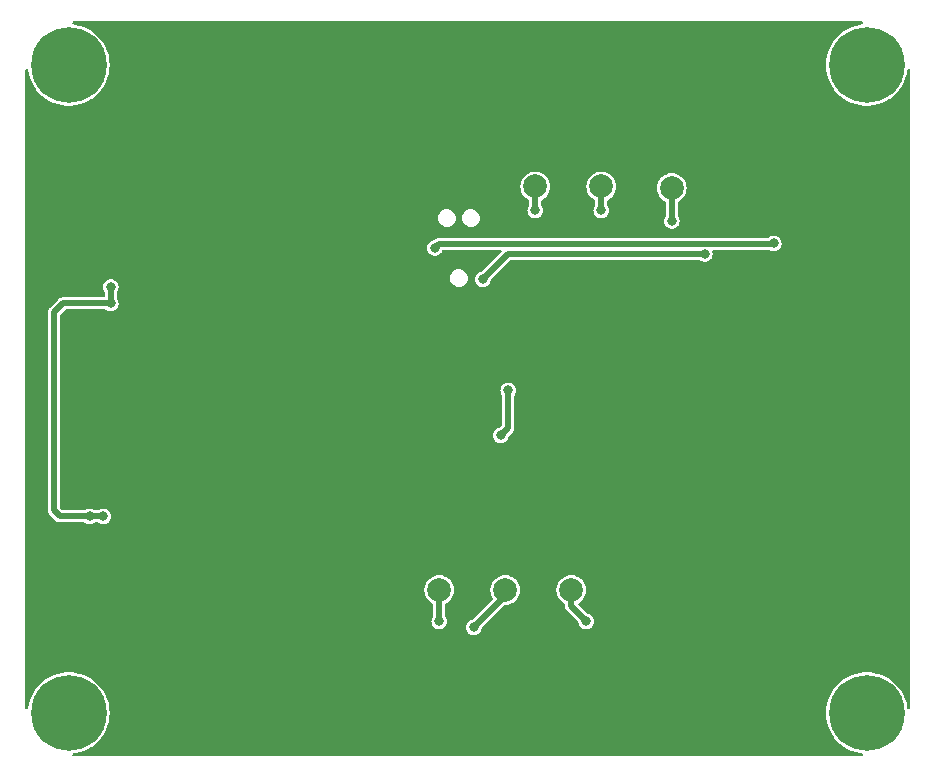
<source format=gbl>
G04 #@! TF.GenerationSoftware,KiCad,Pcbnew,6.0.10-86aedd382b~118~ubuntu18.04.1*
G04 #@! TF.CreationDate,2024-08-26T13:47:26-06:00*
G04 #@! TF.ProjectId,ckt-xing-txm,636b742d-7869-46e6-972d-74786d2e6b69,rev?*
G04 #@! TF.SameCoordinates,Original*
G04 #@! TF.FileFunction,Copper,L2,Bot*
G04 #@! TF.FilePolarity,Positive*
%FSLAX46Y46*%
G04 Gerber Fmt 4.6, Leading zero omitted, Abs format (unit mm)*
G04 Created by KiCad (PCBNEW 6.0.10-86aedd382b~118~ubuntu18.04.1) date 2024-08-26 13:47:26*
%MOMM*%
%LPD*%
G01*
G04 APERTURE LIST*
G04 #@! TA.AperFunction,ComponentPad*
%ADD10C,6.400000*%
G04 #@! TD*
G04 #@! TA.AperFunction,SMDPad,CuDef*
%ADD11C,2.000000*%
G04 #@! TD*
G04 #@! TA.AperFunction,ViaPad*
%ADD12C,0.800000*%
G04 #@! TD*
G04 #@! TA.AperFunction,Conductor*
%ADD13C,0.508000*%
G04 #@! TD*
G04 APERTURE END LIST*
D10*
X29718000Y-23368000D03*
X29718000Y-78232000D03*
X97282000Y-78232000D03*
X97282000Y-23368000D03*
D11*
X80772000Y-33782000D03*
X61087000Y-67818000D03*
X74803000Y-33655000D03*
X69215000Y-33655000D03*
X66675000Y-67818000D03*
X72263000Y-67818000D03*
D12*
X40259000Y-75819000D03*
X71628000Y-25019000D03*
X42799000Y-50292000D03*
X78486000Y-65913000D03*
X27432000Y-52451000D03*
X90297000Y-53721000D03*
X65532000Y-76581000D03*
X41844000Y-46421000D03*
X42799000Y-53213000D03*
X76962000Y-35687000D03*
X85344000Y-25019000D03*
X27432000Y-49022000D03*
X84328000Y-25019000D03*
X59944000Y-25019000D03*
X78105000Y-76581000D03*
X46355000Y-53213000D03*
X77089000Y-76581000D03*
X75692000Y-65913000D03*
X72644000Y-35687000D03*
X42799000Y-51816000D03*
X64516000Y-76581000D03*
X49657000Y-80518000D03*
X78232000Y-35687000D03*
X77216000Y-65913000D03*
X46355000Y-51816000D03*
X74422000Y-65913000D03*
X64135000Y-53721000D03*
X71374000Y-35687000D03*
X31369000Y-54102000D03*
X44577000Y-46482000D03*
X73025000Y-44196000D03*
X75057000Y-80518000D03*
X73406000Y-52451000D03*
X60198000Y-37592000D03*
X62230000Y-80518000D03*
X58928000Y-25019000D03*
X45212000Y-53213000D03*
X75057000Y-21082000D03*
X51816000Y-76581000D03*
X65405000Y-53721000D03*
X90297000Y-51308000D03*
X49657000Y-21082000D03*
X70231000Y-65913000D03*
X31369000Y-55118000D03*
X68961000Y-65913000D03*
X68072000Y-52451000D03*
X47498000Y-46421000D03*
X73025000Y-42545000D03*
X46355000Y-50292000D03*
X90297000Y-58801000D03*
X63246000Y-65913000D03*
X52832000Y-76581000D03*
X69342000Y-52451000D03*
X32131000Y-40005000D03*
X39243000Y-75819000D03*
X87884000Y-44704000D03*
X43942000Y-53213000D03*
X59817000Y-53721000D03*
X46228000Y-25019000D03*
X27432000Y-50800000D03*
X58928000Y-37592000D03*
X47244000Y-25019000D03*
X90297000Y-56261000D03*
X90805000Y-44704000D03*
X72644000Y-25019000D03*
X32131000Y-38862000D03*
X62230000Y-21082000D03*
X64516000Y-65913000D03*
X66929000Y-50927000D03*
X66294000Y-54737000D03*
X60706000Y-38862000D03*
X89408000Y-38481000D03*
X64770000Y-41529000D03*
X83566000Y-39370000D03*
X33274000Y-42164000D03*
X33274000Y-43561000D03*
X32639000Y-61595000D03*
X31496000Y-61595000D03*
X74803000Y-35687000D03*
X80772000Y-36576000D03*
X61087000Y-70485000D03*
X73533000Y-70485000D03*
X69215000Y-35687000D03*
X64008000Y-70993000D03*
D13*
X66929000Y-50927000D02*
X66929000Y-54102000D01*
X66929000Y-54102000D02*
X66294000Y-54737000D01*
X60706000Y-38862000D02*
X61052000Y-38516000D01*
X61052000Y-38516000D02*
X89373000Y-38516000D01*
X89373000Y-38516000D02*
X89408000Y-38481000D01*
X66929000Y-39370000D02*
X83566000Y-39370000D01*
X64770000Y-41529000D02*
X66929000Y-39370000D01*
X32639000Y-61595000D02*
X28956000Y-61595000D01*
X28956000Y-61595000D02*
X28448000Y-61087000D01*
X33274000Y-42164000D02*
X33274000Y-43561000D01*
X28448000Y-44323000D02*
X29210000Y-43561000D01*
X28448000Y-61087000D02*
X28448000Y-44323000D01*
X29210000Y-43561000D02*
X33274000Y-43561000D01*
X74803000Y-35687000D02*
X74803000Y-33655000D01*
X80772000Y-36576000D02*
X80772000Y-33782000D01*
X61087000Y-67818000D02*
X61087000Y-70485000D01*
X72263000Y-69215000D02*
X73533000Y-70485000D01*
X72263000Y-67818000D02*
X72263000Y-69215000D01*
X69215000Y-35687000D02*
X69215000Y-33655000D01*
X64008000Y-70993000D02*
X66675000Y-68326000D01*
X66675000Y-68326000D02*
X66675000Y-67818000D01*
G04 #@! TA.AperFunction,Conductor*
G36*
X96939334Y-19705002D02*
G01*
X96985827Y-19758658D01*
X96995931Y-19828932D01*
X96966437Y-19893512D01*
X96906711Y-19931896D01*
X96884602Y-19936287D01*
X96732263Y-19952567D01*
X96732257Y-19952568D01*
X96728879Y-19952929D01*
X96363289Y-20032641D01*
X96008446Y-20151369D01*
X95668501Y-20307727D01*
X95665567Y-20309483D01*
X95665565Y-20309484D01*
X95656110Y-20315143D01*
X95347431Y-20499883D01*
X95048991Y-20725591D01*
X95046509Y-20727930D01*
X95046503Y-20727935D01*
X95040702Y-20733402D01*
X94776674Y-20982210D01*
X94533664Y-21266738D01*
X94531736Y-21269565D01*
X94531734Y-21269567D01*
X94527111Y-21276345D01*
X94322804Y-21575847D01*
X94146561Y-21905921D01*
X94145288Y-21909089D01*
X94145287Y-21909090D01*
X94143368Y-21913865D01*
X94006997Y-22253098D01*
X93905744Y-22613317D01*
X93843986Y-22982365D01*
X93822447Y-23355924D01*
X93841378Y-23729624D01*
X93841915Y-23732979D01*
X93841916Y-23732985D01*
X93851808Y-23794743D01*
X93900557Y-24099094D01*
X93999293Y-24460011D01*
X94136430Y-24808154D01*
X94310365Y-25139450D01*
X94312262Y-25142274D01*
X94312265Y-25142278D01*
X94508014Y-25433585D01*
X94519061Y-25450024D01*
X94521256Y-25452630D01*
X94521260Y-25452636D01*
X94540961Y-25476031D01*
X94760079Y-25736241D01*
X95030598Y-25994755D01*
X95327455Y-26222541D01*
X95647176Y-26416935D01*
X95986021Y-26575661D01*
X95989239Y-26576763D01*
X95989242Y-26576764D01*
X96336803Y-26695761D01*
X96336811Y-26695763D01*
X96340026Y-26696864D01*
X96705051Y-26779126D01*
X96792200Y-26789056D01*
X97073442Y-26821100D01*
X97073450Y-26821100D01*
X97076825Y-26821485D01*
X97080229Y-26821503D01*
X97080232Y-26821503D01*
X97283556Y-26822567D01*
X97450999Y-26823444D01*
X97454385Y-26823094D01*
X97454387Y-26823094D01*
X97819805Y-26785332D01*
X97819814Y-26785331D01*
X97823197Y-26784981D01*
X97826530Y-26784267D01*
X97826533Y-26784266D01*
X98006820Y-26745616D01*
X98189063Y-26706546D01*
X98544318Y-26589056D01*
X98884807Y-26433887D01*
X98982707Y-26375758D01*
X99203601Y-26244601D01*
X99203606Y-26244598D01*
X99206546Y-26242852D01*
X99236354Y-26220472D01*
X99308828Y-26166056D01*
X99505771Y-26018187D01*
X99778983Y-25762521D01*
X100022985Y-25478842D01*
X100044737Y-25447192D01*
X100232992Y-25173280D01*
X100232997Y-25173273D01*
X100234922Y-25170471D01*
X100236534Y-25167477D01*
X100236539Y-25167469D01*
X100410694Y-24844027D01*
X100412316Y-24841015D01*
X100553091Y-24494327D01*
X100655601Y-24134463D01*
X100714801Y-23788134D01*
X100745995Y-23724357D01*
X100806718Y-23687570D01*
X100877689Y-23689451D01*
X100936377Y-23729404D01*
X100964149Y-23794743D01*
X100965000Y-23809364D01*
X100965000Y-77797195D01*
X100944998Y-77865316D01*
X100891342Y-77911809D01*
X100821068Y-77921913D01*
X100756488Y-77892419D01*
X100718104Y-77832693D01*
X100714656Y-77817557D01*
X100661422Y-77492480D01*
X100660870Y-77489107D01*
X100560875Y-77128537D01*
X100557627Y-77120373D01*
X100423783Y-76784039D01*
X100423779Y-76784031D01*
X100422523Y-76780874D01*
X100247434Y-76450188D01*
X100245534Y-76447382D01*
X100245530Y-76447375D01*
X100039561Y-76143162D01*
X100037654Y-76140345D01*
X99795639Y-75854970D01*
X99524219Y-75597402D01*
X99521512Y-75595340D01*
X99521504Y-75595333D01*
X99229281Y-75372720D01*
X99226569Y-75370654D01*
X98906172Y-75177377D01*
X98903082Y-75175943D01*
X98903077Y-75175940D01*
X98569871Y-75021272D01*
X98569869Y-75021271D01*
X98566775Y-75019835D01*
X98563540Y-75018740D01*
X98563535Y-75018738D01*
X98215583Y-74900963D01*
X98212348Y-74899868D01*
X97847038Y-74818881D01*
X97714294Y-74804226D01*
X97478500Y-74778193D01*
X97478495Y-74778193D01*
X97475119Y-74777820D01*
X97471720Y-74777814D01*
X97471719Y-74777814D01*
X97294987Y-74777506D01*
X97100940Y-74777167D01*
X96962079Y-74792007D01*
X96732263Y-74816567D01*
X96732257Y-74816568D01*
X96728879Y-74816929D01*
X96363289Y-74896641D01*
X96008446Y-75015369D01*
X95668501Y-75171727D01*
X95665567Y-75173483D01*
X95665565Y-75173484D01*
X95656110Y-75179143D01*
X95347431Y-75363883D01*
X95048991Y-75589591D01*
X95046509Y-75591930D01*
X95046503Y-75591935D01*
X95040702Y-75597402D01*
X94776674Y-75846210D01*
X94533664Y-76130738D01*
X94531736Y-76133565D01*
X94531734Y-76133567D01*
X94527111Y-76140345D01*
X94322804Y-76439847D01*
X94146561Y-76769921D01*
X94145288Y-76773089D01*
X94145287Y-76773090D01*
X94143368Y-76777865D01*
X94006997Y-77117098D01*
X93905744Y-77477317D01*
X93843986Y-77846365D01*
X93822447Y-78219924D01*
X93841378Y-78593624D01*
X93841915Y-78596979D01*
X93841916Y-78596985D01*
X93851808Y-78658743D01*
X93900557Y-78963094D01*
X93999293Y-79324011D01*
X94136430Y-79672154D01*
X94310365Y-80003450D01*
X94312262Y-80006274D01*
X94312265Y-80006278D01*
X94508014Y-80297585D01*
X94519061Y-80314024D01*
X94521256Y-80316630D01*
X94521260Y-80316636D01*
X94540961Y-80340031D01*
X94760079Y-80600241D01*
X95030598Y-80858755D01*
X95327455Y-81086541D01*
X95647176Y-81280935D01*
X95986021Y-81439661D01*
X95989239Y-81440763D01*
X95989242Y-81440764D01*
X96336803Y-81559761D01*
X96336811Y-81559763D01*
X96340026Y-81560864D01*
X96705051Y-81643126D01*
X96869556Y-81661869D01*
X96886589Y-81663810D01*
X96952007Y-81691395D01*
X96992127Y-81749969D01*
X96994211Y-81820935D01*
X96957596Y-81881762D01*
X96893909Y-81913138D01*
X96872325Y-81915000D01*
X30130036Y-81915000D01*
X30061915Y-81894998D01*
X30015422Y-81841342D01*
X30005318Y-81771068D01*
X30034812Y-81706488D01*
X30094538Y-81668104D01*
X30117084Y-81663667D01*
X30255805Y-81649332D01*
X30255814Y-81649331D01*
X30259197Y-81648981D01*
X30262530Y-81648267D01*
X30262533Y-81648266D01*
X30442820Y-81609616D01*
X30625063Y-81570546D01*
X30980318Y-81453056D01*
X31320807Y-81297887D01*
X31418707Y-81239758D01*
X31639601Y-81108601D01*
X31639606Y-81108598D01*
X31642546Y-81106852D01*
X31672354Y-81084472D01*
X31744828Y-81030056D01*
X31941771Y-80882187D01*
X32214983Y-80626521D01*
X32458985Y-80342842D01*
X32480737Y-80311192D01*
X32668992Y-80037280D01*
X32668997Y-80037273D01*
X32670922Y-80034471D01*
X32672534Y-80031477D01*
X32672539Y-80031469D01*
X32846694Y-79708027D01*
X32848316Y-79705015D01*
X32989091Y-79358327D01*
X33091601Y-78998463D01*
X33154647Y-78629634D01*
X33156729Y-78595602D01*
X33177380Y-78257948D01*
X33177490Y-78256152D01*
X33177574Y-78232000D01*
X33157339Y-77858368D01*
X33096870Y-77489107D01*
X32996875Y-77128537D01*
X32993627Y-77120373D01*
X32859783Y-76784039D01*
X32859779Y-76784031D01*
X32858523Y-76780874D01*
X32683434Y-76450188D01*
X32681534Y-76447382D01*
X32681530Y-76447375D01*
X32475561Y-76143162D01*
X32473654Y-76140345D01*
X32231639Y-75854970D01*
X31960219Y-75597402D01*
X31957512Y-75595340D01*
X31957504Y-75595333D01*
X31665281Y-75372720D01*
X31662569Y-75370654D01*
X31342172Y-75177377D01*
X31339082Y-75175943D01*
X31339077Y-75175940D01*
X31005871Y-75021272D01*
X31005869Y-75021271D01*
X31002775Y-75019835D01*
X30999540Y-75018740D01*
X30999535Y-75018738D01*
X30651583Y-74900963D01*
X30648348Y-74899868D01*
X30283038Y-74818881D01*
X30150294Y-74804226D01*
X29914500Y-74778193D01*
X29914495Y-74778193D01*
X29911119Y-74777820D01*
X29907720Y-74777814D01*
X29907719Y-74777814D01*
X29730987Y-74777506D01*
X29536940Y-74777167D01*
X29398079Y-74792007D01*
X29168263Y-74816567D01*
X29168257Y-74816568D01*
X29164879Y-74816929D01*
X28799289Y-74896641D01*
X28444446Y-75015369D01*
X28104501Y-75171727D01*
X28101567Y-75173483D01*
X28101565Y-75173484D01*
X28092110Y-75179143D01*
X27783431Y-75363883D01*
X27484991Y-75589591D01*
X27482509Y-75591930D01*
X27482503Y-75591935D01*
X27476702Y-75597402D01*
X27212674Y-75846210D01*
X26969664Y-76130738D01*
X26967736Y-76133565D01*
X26967734Y-76133567D01*
X26963111Y-76140345D01*
X26758804Y-76439847D01*
X26582561Y-76769921D01*
X26581288Y-76773089D01*
X26581287Y-76773090D01*
X26579368Y-76777865D01*
X26442997Y-77117098D01*
X26341744Y-77477317D01*
X26341182Y-77480674D01*
X26341182Y-77480675D01*
X26285272Y-77814777D01*
X26254301Y-77878662D01*
X26193708Y-77915662D01*
X26122730Y-77914028D01*
X26063902Y-77874281D01*
X26035903Y-77809039D01*
X26035000Y-77793981D01*
X26035000Y-67818000D01*
X59827708Y-67818000D01*
X59846839Y-68036674D01*
X59903653Y-68248703D01*
X59905978Y-68253688D01*
X59994095Y-68442659D01*
X59994098Y-68442664D01*
X59996421Y-68447646D01*
X60122326Y-68627457D01*
X60277543Y-68782674D01*
X60282051Y-68785831D01*
X60282054Y-68785833D01*
X60452845Y-68905422D01*
X60457354Y-68908579D01*
X60462339Y-68910904D01*
X60462345Y-68910907D01*
X60505749Y-68931146D01*
X60559035Y-68978063D01*
X60578500Y-69045341D01*
X60578500Y-70030367D01*
X60555587Y-70102818D01*
X60505950Y-70173444D01*
X60448406Y-70321037D01*
X60447414Y-70328570D01*
X60447414Y-70328571D01*
X60431074Y-70452689D01*
X60427729Y-70478096D01*
X60432560Y-70521853D01*
X60439440Y-70584165D01*
X60445113Y-70635553D01*
X60447723Y-70642684D01*
X60447723Y-70642686D01*
X60461907Y-70681444D01*
X60499553Y-70784319D01*
X60587908Y-70915805D01*
X60593527Y-70920918D01*
X60593528Y-70920919D01*
X60604903Y-70931269D01*
X60705076Y-71022419D01*
X60844293Y-71098008D01*
X60997522Y-71138207D01*
X61081477Y-71139526D01*
X61148319Y-71140576D01*
X61148322Y-71140576D01*
X61155916Y-71140695D01*
X61310332Y-71105329D01*
X61399219Y-71060624D01*
X61445072Y-71037563D01*
X61445075Y-71037561D01*
X61451855Y-71034151D01*
X61457626Y-71029222D01*
X61457629Y-71029220D01*
X61508120Y-70986096D01*
X63348729Y-70986096D01*
X63354035Y-71034151D01*
X63361085Y-71098008D01*
X63366113Y-71143553D01*
X63420553Y-71292319D01*
X63508908Y-71423805D01*
X63514527Y-71428918D01*
X63514528Y-71428919D01*
X63525903Y-71439269D01*
X63626076Y-71530419D01*
X63765293Y-71606008D01*
X63918522Y-71646207D01*
X64002477Y-71647526D01*
X64069319Y-71648576D01*
X64069322Y-71648576D01*
X64076916Y-71648695D01*
X64231332Y-71613329D01*
X64301742Y-71577917D01*
X64366072Y-71545563D01*
X64366075Y-71545561D01*
X64372855Y-71542151D01*
X64378626Y-71537222D01*
X64378629Y-71537220D01*
X64487536Y-71444204D01*
X64487536Y-71444203D01*
X64493314Y-71439269D01*
X64585755Y-71310624D01*
X64644842Y-71163641D01*
X64653580Y-71102240D01*
X64682980Y-71037618D01*
X64689228Y-71030899D01*
X66607322Y-69112805D01*
X66669634Y-69078779D01*
X66685436Y-69076379D01*
X66704582Y-69074704D01*
X66893674Y-69058161D01*
X67105703Y-69001347D01*
X67256251Y-68931146D01*
X67299659Y-68910905D01*
X67299664Y-68910902D01*
X67304646Y-68908579D01*
X67309155Y-68905422D01*
X67479946Y-68785833D01*
X67479949Y-68785831D01*
X67484457Y-68782674D01*
X67639674Y-68627457D01*
X67765579Y-68447646D01*
X67767902Y-68442664D01*
X67767905Y-68442659D01*
X67856022Y-68253688D01*
X67858347Y-68248703D01*
X67915161Y-68036674D01*
X67934292Y-67818000D01*
X71003708Y-67818000D01*
X71022839Y-68036674D01*
X71079653Y-68248703D01*
X71081978Y-68253688D01*
X71170095Y-68442659D01*
X71170098Y-68442664D01*
X71172421Y-68447646D01*
X71298326Y-68627457D01*
X71453543Y-68782674D01*
X71458051Y-68785831D01*
X71458054Y-68785833D01*
X71628845Y-68905422D01*
X71633354Y-68908579D01*
X71638339Y-68910904D01*
X71638345Y-68910907D01*
X71681749Y-68931146D01*
X71735035Y-68978063D01*
X71754500Y-69045341D01*
X71754500Y-69143928D01*
X71753145Y-69156058D01*
X71753627Y-69156097D01*
X71752907Y-69165044D01*
X71750926Y-69173800D01*
X71751482Y-69182760D01*
X71754258Y-69227508D01*
X71754500Y-69235310D01*
X71754500Y-69251513D01*
X71755136Y-69255953D01*
X71755984Y-69261878D01*
X71757013Y-69271928D01*
X71759945Y-69319177D01*
X71762994Y-69327623D01*
X71763593Y-69330514D01*
X71767822Y-69347480D01*
X71768648Y-69350305D01*
X71769920Y-69359187D01*
X71789522Y-69402298D01*
X71793327Y-69411647D01*
X71809404Y-69456181D01*
X71814699Y-69463429D01*
X71816080Y-69466027D01*
X71824915Y-69481145D01*
X71826494Y-69483614D01*
X71830208Y-69491782D01*
X71836064Y-69498578D01*
X71861115Y-69527652D01*
X71867401Y-69535569D01*
X71872548Y-69542615D01*
X71872553Y-69542620D01*
X71875425Y-69546552D01*
X71886400Y-69557527D01*
X71892758Y-69564374D01*
X71925287Y-69602127D01*
X71932822Y-69607011D01*
X71939066Y-69612458D01*
X71950931Y-69622058D01*
X72850726Y-70521853D01*
X72884752Y-70584165D01*
X72886869Y-70597117D01*
X72891113Y-70635553D01*
X72893723Y-70642684D01*
X72893723Y-70642686D01*
X72907907Y-70681444D01*
X72945553Y-70784319D01*
X73033908Y-70915805D01*
X73039527Y-70920918D01*
X73039528Y-70920919D01*
X73050903Y-70931269D01*
X73151076Y-71022419D01*
X73290293Y-71098008D01*
X73443522Y-71138207D01*
X73527477Y-71139526D01*
X73594319Y-71140576D01*
X73594322Y-71140576D01*
X73601916Y-71140695D01*
X73756332Y-71105329D01*
X73845219Y-71060624D01*
X73891072Y-71037563D01*
X73891075Y-71037561D01*
X73897855Y-71034151D01*
X73903626Y-71029222D01*
X73903629Y-71029220D01*
X74012536Y-70936204D01*
X74012536Y-70936203D01*
X74018314Y-70931269D01*
X74110755Y-70802624D01*
X74169842Y-70655641D01*
X74180014Y-70584165D01*
X74191581Y-70502891D01*
X74191581Y-70502888D01*
X74192162Y-70498807D01*
X74192307Y-70485000D01*
X74173276Y-70327733D01*
X74117280Y-70179546D01*
X74108814Y-70167228D01*
X74031855Y-70055251D01*
X74031854Y-70055249D01*
X74027553Y-70048992D01*
X73909275Y-69943611D01*
X73769274Y-69869484D01*
X73712860Y-69855314D01*
X73625886Y-69833467D01*
X73567487Y-69800359D01*
X73223309Y-69456181D01*
X72870873Y-69103746D01*
X72836848Y-69041433D01*
X72841912Y-68970618D01*
X72884459Y-68913782D01*
X72891622Y-68909056D01*
X72892646Y-68908579D01*
X72897155Y-68905422D01*
X73067946Y-68785833D01*
X73067949Y-68785831D01*
X73072457Y-68782674D01*
X73227674Y-68627457D01*
X73353579Y-68447646D01*
X73355902Y-68442664D01*
X73355905Y-68442659D01*
X73444022Y-68253688D01*
X73446347Y-68248703D01*
X73503161Y-68036674D01*
X73522292Y-67818000D01*
X73503161Y-67599326D01*
X73446347Y-67387297D01*
X73402896Y-67294116D01*
X73355905Y-67193341D01*
X73355902Y-67193336D01*
X73353579Y-67188354D01*
X73227674Y-67008543D01*
X73072457Y-66853326D01*
X73067949Y-66850169D01*
X73067946Y-66850167D01*
X72897155Y-66730578D01*
X72897153Y-66730577D01*
X72892646Y-66727421D01*
X72887664Y-66725098D01*
X72887659Y-66725095D01*
X72786884Y-66678104D01*
X72693703Y-66634653D01*
X72481674Y-66577839D01*
X72263000Y-66558708D01*
X72044326Y-66577839D01*
X71832297Y-66634653D01*
X71739116Y-66678104D01*
X71638341Y-66725095D01*
X71638336Y-66725098D01*
X71633354Y-66727421D01*
X71628847Y-66730577D01*
X71628845Y-66730578D01*
X71458054Y-66850167D01*
X71458051Y-66850169D01*
X71453543Y-66853326D01*
X71298326Y-67008543D01*
X71172421Y-67188354D01*
X71170098Y-67193336D01*
X71170095Y-67193341D01*
X71123104Y-67294116D01*
X71079653Y-67387297D01*
X71022839Y-67599326D01*
X71003708Y-67818000D01*
X67934292Y-67818000D01*
X67915161Y-67599326D01*
X67858347Y-67387297D01*
X67814896Y-67294116D01*
X67767905Y-67193341D01*
X67767902Y-67193336D01*
X67765579Y-67188354D01*
X67639674Y-67008543D01*
X67484457Y-66853326D01*
X67479949Y-66850169D01*
X67479946Y-66850167D01*
X67309155Y-66730578D01*
X67309153Y-66730577D01*
X67304646Y-66727421D01*
X67299664Y-66725098D01*
X67299659Y-66725095D01*
X67198884Y-66678104D01*
X67105703Y-66634653D01*
X66893674Y-66577839D01*
X66675000Y-66558708D01*
X66456326Y-66577839D01*
X66244297Y-66634653D01*
X66151116Y-66678104D01*
X66050341Y-66725095D01*
X66050336Y-66725098D01*
X66045354Y-66727421D01*
X66040847Y-66730577D01*
X66040845Y-66730578D01*
X65870054Y-66850167D01*
X65870051Y-66850169D01*
X65865543Y-66853326D01*
X65710326Y-67008543D01*
X65584421Y-67188354D01*
X65582098Y-67193336D01*
X65582095Y-67193341D01*
X65535104Y-67294116D01*
X65491653Y-67387297D01*
X65434839Y-67599326D01*
X65415708Y-67818000D01*
X65434839Y-68036674D01*
X65491653Y-68248703D01*
X65493978Y-68253688D01*
X65582096Y-68442659D01*
X65584421Y-68447646D01*
X65626659Y-68507968D01*
X65649346Y-68575243D01*
X65632060Y-68644103D01*
X65612540Y-68669333D01*
X63972601Y-70309272D01*
X63912921Y-70342696D01*
X63869056Y-70353227D01*
X63785563Y-70373271D01*
X63785560Y-70373272D01*
X63778184Y-70375043D01*
X63637414Y-70447700D01*
X63518039Y-70551838D01*
X63426950Y-70681444D01*
X63369406Y-70829037D01*
X63368414Y-70836570D01*
X63368414Y-70836571D01*
X63357310Y-70920919D01*
X63348729Y-70986096D01*
X61508120Y-70986096D01*
X61566536Y-70936204D01*
X61566536Y-70936203D01*
X61572314Y-70931269D01*
X61664755Y-70802624D01*
X61723842Y-70655641D01*
X61734014Y-70584165D01*
X61745581Y-70502891D01*
X61745581Y-70502888D01*
X61746162Y-70498807D01*
X61746307Y-70485000D01*
X61727276Y-70327733D01*
X61671280Y-70179546D01*
X61617660Y-70101528D01*
X61595500Y-70030161D01*
X61595500Y-69045341D01*
X61615502Y-68977220D01*
X61668251Y-68931146D01*
X61711655Y-68910907D01*
X61711661Y-68910904D01*
X61716646Y-68908579D01*
X61721155Y-68905422D01*
X61891946Y-68785833D01*
X61891949Y-68785831D01*
X61896457Y-68782674D01*
X62051674Y-68627457D01*
X62177579Y-68447646D01*
X62179902Y-68442664D01*
X62179905Y-68442659D01*
X62268022Y-68253688D01*
X62270347Y-68248703D01*
X62327161Y-68036674D01*
X62346292Y-67818000D01*
X62327161Y-67599326D01*
X62270347Y-67387297D01*
X62226896Y-67294116D01*
X62179905Y-67193341D01*
X62179902Y-67193336D01*
X62177579Y-67188354D01*
X62051674Y-67008543D01*
X61896457Y-66853326D01*
X61891949Y-66850169D01*
X61891946Y-66850167D01*
X61721155Y-66730578D01*
X61721153Y-66730577D01*
X61716646Y-66727421D01*
X61711664Y-66725098D01*
X61711659Y-66725095D01*
X61610884Y-66678104D01*
X61517703Y-66634653D01*
X61305674Y-66577839D01*
X61087000Y-66558708D01*
X60868326Y-66577839D01*
X60656297Y-66634653D01*
X60563116Y-66678104D01*
X60462341Y-66725095D01*
X60462336Y-66725098D01*
X60457354Y-66727421D01*
X60452847Y-66730577D01*
X60452845Y-66730578D01*
X60282054Y-66850167D01*
X60282051Y-66850169D01*
X60277543Y-66853326D01*
X60122326Y-67008543D01*
X59996421Y-67188354D01*
X59994098Y-67193336D01*
X59994095Y-67193341D01*
X59947104Y-67294116D01*
X59903653Y-67387297D01*
X59846839Y-67599326D01*
X59827708Y-67818000D01*
X26035000Y-67818000D01*
X26035000Y-44357941D01*
X27935461Y-44357941D01*
X27937335Y-44366720D01*
X27937898Y-44374978D01*
X27939500Y-44390161D01*
X27939500Y-61015928D01*
X27938145Y-61028058D01*
X27938627Y-61028097D01*
X27937907Y-61037044D01*
X27935926Y-61045800D01*
X27936724Y-61058664D01*
X27939258Y-61099508D01*
X27939500Y-61107310D01*
X27939500Y-61123513D01*
X27940136Y-61127953D01*
X27940984Y-61133878D01*
X27942013Y-61143928D01*
X27942948Y-61158992D01*
X27944945Y-61191177D01*
X27947994Y-61199623D01*
X27948593Y-61202514D01*
X27952822Y-61219480D01*
X27953648Y-61222305D01*
X27954920Y-61231187D01*
X27974522Y-61274298D01*
X27978327Y-61283647D01*
X27994404Y-61328181D01*
X27999699Y-61335429D01*
X28001080Y-61338027D01*
X28009915Y-61353145D01*
X28011494Y-61355614D01*
X28015208Y-61363782D01*
X28021064Y-61370578D01*
X28046115Y-61399652D01*
X28052401Y-61407569D01*
X28057548Y-61414615D01*
X28057553Y-61414620D01*
X28060425Y-61418552D01*
X28071400Y-61429527D01*
X28077758Y-61436374D01*
X28110287Y-61474127D01*
X28117822Y-61479011D01*
X28124058Y-61484451D01*
X28135929Y-61494056D01*
X28546183Y-61904311D01*
X28553800Y-61913845D01*
X28554169Y-61913531D01*
X28559984Y-61920364D01*
X28564776Y-61927958D01*
X28605116Y-61963585D01*
X28610803Y-61968931D01*
X28622254Y-61980382D01*
X28630628Y-61986658D01*
X28638467Y-61993041D01*
X28673951Y-62024378D01*
X28682074Y-62028192D01*
X28684541Y-62029812D01*
X28699525Y-62038816D01*
X28702116Y-62040234D01*
X28709295Y-62045615D01*
X28753631Y-62062236D01*
X28762932Y-62066155D01*
X28805800Y-62086281D01*
X28814672Y-62087663D01*
X28817490Y-62088524D01*
X28834372Y-62092954D01*
X28837279Y-62093593D01*
X28845684Y-62096744D01*
X28879009Y-62099220D01*
X28892889Y-62100252D01*
X28902937Y-62101406D01*
X28907588Y-62102130D01*
X28916386Y-62103500D01*
X28931923Y-62103500D01*
X28941261Y-62103847D01*
X28981990Y-62106874D01*
X28981991Y-62106874D01*
X28990941Y-62107539D01*
X28999716Y-62105666D01*
X29007973Y-62105103D01*
X29023162Y-62103500D01*
X31034747Y-62103500D01*
X31107737Y-62126795D01*
X31108460Y-62127309D01*
X31114076Y-62132419D01*
X31120746Y-62136040D01*
X31120748Y-62136042D01*
X31183685Y-62170214D01*
X31253293Y-62208008D01*
X31406522Y-62248207D01*
X31490477Y-62249526D01*
X31557319Y-62250576D01*
X31557322Y-62250576D01*
X31564916Y-62250695D01*
X31719332Y-62215329D01*
X31789742Y-62179917D01*
X31854072Y-62147563D01*
X31854075Y-62147561D01*
X31860855Y-62144151D01*
X31873103Y-62133690D01*
X31937892Y-62104658D01*
X31954935Y-62103500D01*
X32177747Y-62103500D01*
X32250737Y-62126795D01*
X32251460Y-62127309D01*
X32257076Y-62132419D01*
X32263746Y-62136040D01*
X32263748Y-62136042D01*
X32326685Y-62170214D01*
X32396293Y-62208008D01*
X32549522Y-62248207D01*
X32633477Y-62249526D01*
X32700319Y-62250576D01*
X32700322Y-62250576D01*
X32707916Y-62250695D01*
X32862332Y-62215329D01*
X32932742Y-62179917D01*
X32997072Y-62147563D01*
X32997075Y-62147561D01*
X33003855Y-62144151D01*
X33009626Y-62139222D01*
X33009629Y-62139220D01*
X33118536Y-62046204D01*
X33118536Y-62046203D01*
X33124314Y-62041269D01*
X33216755Y-61912624D01*
X33275842Y-61765641D01*
X33298162Y-61608807D01*
X33298307Y-61595000D01*
X33279276Y-61437733D01*
X33223280Y-61289546D01*
X33212787Y-61274279D01*
X33137855Y-61165251D01*
X33137854Y-61165249D01*
X33133553Y-61158992D01*
X33116646Y-61143928D01*
X33075546Y-61107310D01*
X33015275Y-61053611D01*
X33007889Y-61049700D01*
X32881988Y-60983039D01*
X32881989Y-60983039D01*
X32875274Y-60979484D01*
X32721633Y-60940892D01*
X32714034Y-60940852D01*
X32714033Y-60940852D01*
X32648181Y-60940507D01*
X32563221Y-60940062D01*
X32555841Y-60941834D01*
X32555839Y-60941834D01*
X32416563Y-60975271D01*
X32416560Y-60975272D01*
X32409184Y-60977043D01*
X32268414Y-61049700D01*
X32261823Y-61055450D01*
X32261063Y-61055800D01*
X32256409Y-61058963D01*
X32255882Y-61058187D01*
X32197343Y-61085157D01*
X32178995Y-61086500D01*
X31957178Y-61086500D01*
X31889057Y-61066498D01*
X31884279Y-61062869D01*
X31884187Y-61063001D01*
X31877946Y-61058664D01*
X31872275Y-61053611D01*
X31864889Y-61049700D01*
X31738988Y-60983039D01*
X31738989Y-60983039D01*
X31732274Y-60979484D01*
X31578633Y-60940892D01*
X31571034Y-60940852D01*
X31571033Y-60940852D01*
X31505181Y-60940507D01*
X31420221Y-60940062D01*
X31412841Y-60941834D01*
X31412839Y-60941834D01*
X31273563Y-60975271D01*
X31273560Y-60975272D01*
X31266184Y-60977043D01*
X31125414Y-61049700D01*
X31118823Y-61055450D01*
X31118063Y-61055800D01*
X31113409Y-61058963D01*
X31112882Y-61058187D01*
X31054343Y-61085157D01*
X31035995Y-61086500D01*
X29218819Y-61086500D01*
X29150698Y-61066498D01*
X29129724Y-61049596D01*
X28993405Y-60913278D01*
X28959380Y-60850966D01*
X28956500Y-60824182D01*
X28956500Y-54730096D01*
X65634729Y-54730096D01*
X65652113Y-54887553D01*
X65706553Y-55036319D01*
X65794908Y-55167805D01*
X65800527Y-55172918D01*
X65800528Y-55172919D01*
X65811903Y-55183269D01*
X65912076Y-55274419D01*
X66051293Y-55350008D01*
X66204522Y-55390207D01*
X66288477Y-55391526D01*
X66355319Y-55392576D01*
X66355322Y-55392576D01*
X66362916Y-55392695D01*
X66517332Y-55357329D01*
X66587742Y-55321917D01*
X66652072Y-55289563D01*
X66652075Y-55289561D01*
X66658855Y-55286151D01*
X66664626Y-55281222D01*
X66664629Y-55281220D01*
X66773536Y-55188204D01*
X66773536Y-55188203D01*
X66779314Y-55183269D01*
X66871755Y-55054624D01*
X66930842Y-54907641D01*
X66939580Y-54846241D01*
X66968980Y-54781619D01*
X66975228Y-54774900D01*
X67238308Y-54511820D01*
X67247845Y-54504200D01*
X67247531Y-54503831D01*
X67254364Y-54498016D01*
X67261958Y-54493224D01*
X67297585Y-54452883D01*
X67302931Y-54447197D01*
X67314383Y-54435745D01*
X67320660Y-54427370D01*
X67327045Y-54419527D01*
X67352436Y-54390777D01*
X67358378Y-54384049D01*
X67362194Y-54375922D01*
X67363807Y-54373466D01*
X67372823Y-54358463D01*
X67374234Y-54355885D01*
X67379616Y-54348704D01*
X67396239Y-54304363D01*
X67400164Y-54295048D01*
X67402137Y-54290846D01*
X67420281Y-54252200D01*
X67421663Y-54243325D01*
X67422527Y-54240498D01*
X67426955Y-54223621D01*
X67427591Y-54220728D01*
X67430745Y-54212315D01*
X67434256Y-54165075D01*
X67435407Y-54155056D01*
X67436752Y-54146420D01*
X67436752Y-54146416D01*
X67437500Y-54141614D01*
X67437500Y-54126090D01*
X67437847Y-54116752D01*
X67440875Y-54076010D01*
X67440875Y-54076009D01*
X67441540Y-54067059D01*
X67439666Y-54058282D01*
X67439104Y-54050031D01*
X67437500Y-54034834D01*
X67437500Y-51381577D01*
X67461178Y-51308051D01*
X67471701Y-51293406D01*
X67506755Y-51244624D01*
X67565842Y-51097641D01*
X67588162Y-50940807D01*
X67588307Y-50927000D01*
X67569276Y-50769733D01*
X67513280Y-50621546D01*
X67423553Y-50490992D01*
X67305275Y-50385611D01*
X67297889Y-50381700D01*
X67171988Y-50315039D01*
X67171989Y-50315039D01*
X67165274Y-50311484D01*
X67011633Y-50272892D01*
X67004034Y-50272852D01*
X67004033Y-50272852D01*
X66938181Y-50272507D01*
X66853221Y-50272062D01*
X66845841Y-50273834D01*
X66845839Y-50273834D01*
X66706563Y-50307271D01*
X66706560Y-50307272D01*
X66699184Y-50309043D01*
X66558414Y-50381700D01*
X66439039Y-50485838D01*
X66347950Y-50615444D01*
X66290406Y-50763037D01*
X66269729Y-50920096D01*
X66287113Y-51077553D01*
X66341553Y-51226319D01*
X66345790Y-51232625D01*
X66345792Y-51232628D01*
X66399081Y-51311929D01*
X66420500Y-51382205D01*
X66420500Y-53839183D01*
X66400498Y-53907304D01*
X66383595Y-53928278D01*
X66258601Y-54053272D01*
X66198921Y-54086696D01*
X66155056Y-54097227D01*
X66071563Y-54117271D01*
X66071560Y-54117272D01*
X66064184Y-54119043D01*
X65923414Y-54191700D01*
X65804039Y-54295838D01*
X65712950Y-54425444D01*
X65655406Y-54573037D01*
X65634729Y-54730096D01*
X28956500Y-54730096D01*
X28956500Y-44585818D01*
X28976502Y-44517697D01*
X28993405Y-44496722D01*
X29383724Y-44106404D01*
X29446036Y-44072379D01*
X29472819Y-44069500D01*
X32812747Y-44069500D01*
X32885737Y-44092795D01*
X32886460Y-44093309D01*
X32892076Y-44098419D01*
X32898746Y-44102040D01*
X32898748Y-44102042D01*
X32950167Y-44129960D01*
X33031293Y-44174008D01*
X33184522Y-44214207D01*
X33268477Y-44215526D01*
X33335319Y-44216576D01*
X33335322Y-44216576D01*
X33342916Y-44216695D01*
X33497332Y-44181329D01*
X33599469Y-44129960D01*
X33632072Y-44113563D01*
X33632075Y-44113561D01*
X33638855Y-44110151D01*
X33644626Y-44105222D01*
X33644629Y-44105220D01*
X33753536Y-44012204D01*
X33753536Y-44012203D01*
X33759314Y-44007269D01*
X33851755Y-43878624D01*
X33910842Y-43731641D01*
X33933162Y-43574807D01*
X33933307Y-43561000D01*
X33914276Y-43403733D01*
X33858280Y-43255546D01*
X33804660Y-43177528D01*
X33782500Y-43106161D01*
X33782500Y-42618577D01*
X33806178Y-42545051D01*
X33816701Y-42530406D01*
X33851755Y-42481624D01*
X33910842Y-42334641D01*
X33933162Y-42177807D01*
X33933307Y-42164000D01*
X33914276Y-42006733D01*
X33858280Y-41858546D01*
X33805617Y-41781920D01*
X33772855Y-41734251D01*
X33772854Y-41734249D01*
X33768553Y-41727992D01*
X33650275Y-41622611D01*
X33642889Y-41618700D01*
X33516988Y-41552039D01*
X33516989Y-41552039D01*
X33510274Y-41548484D01*
X33356633Y-41509892D01*
X33349034Y-41509852D01*
X33349033Y-41509852D01*
X33283181Y-41509507D01*
X33198221Y-41509062D01*
X33190841Y-41510834D01*
X33190839Y-41510834D01*
X33051563Y-41544271D01*
X33051560Y-41544272D01*
X33044184Y-41546043D01*
X32903414Y-41618700D01*
X32784039Y-41722838D01*
X32692950Y-41852444D01*
X32690190Y-41859524D01*
X32643139Y-41980204D01*
X32635406Y-42000037D01*
X32634414Y-42007570D01*
X32634414Y-42007571D01*
X32615752Y-42149329D01*
X32614729Y-42157096D01*
X32632113Y-42314553D01*
X32686553Y-42463319D01*
X32690790Y-42469625D01*
X32690792Y-42469628D01*
X32744081Y-42548929D01*
X32765500Y-42619205D01*
X32765500Y-42926500D01*
X32745498Y-42994621D01*
X32691842Y-43041114D01*
X32639500Y-43052500D01*
X29281072Y-43052500D01*
X29268942Y-43051145D01*
X29268903Y-43051627D01*
X29259956Y-43050907D01*
X29251200Y-43048926D01*
X29207663Y-43051627D01*
X29197492Y-43052258D01*
X29189690Y-43052500D01*
X29173487Y-43052500D01*
X29164571Y-43053777D01*
X29163122Y-43053984D01*
X29153072Y-43055013D01*
X29115215Y-43057362D01*
X29105823Y-43057945D01*
X29097377Y-43060994D01*
X29094486Y-43061593D01*
X29077520Y-43065822D01*
X29074695Y-43066648D01*
X29065813Y-43067920D01*
X29022702Y-43087522D01*
X29013353Y-43091327D01*
X28968819Y-43107404D01*
X28961571Y-43112699D01*
X28958973Y-43114080D01*
X28943855Y-43122915D01*
X28941386Y-43124494D01*
X28933218Y-43128208D01*
X28926422Y-43134064D01*
X28897348Y-43159115D01*
X28889431Y-43165401D01*
X28882385Y-43170548D01*
X28882380Y-43170553D01*
X28878448Y-43173425D01*
X28867473Y-43184400D01*
X28860626Y-43190758D01*
X28822873Y-43223287D01*
X28817989Y-43230822D01*
X28812542Y-43237066D01*
X28802942Y-43248931D01*
X28138696Y-43913177D01*
X28129156Y-43920800D01*
X28129470Y-43921168D01*
X28122634Y-43926986D01*
X28115042Y-43931776D01*
X28109100Y-43938504D01*
X28079407Y-43972125D01*
X28074061Y-43977812D01*
X28062618Y-43989255D01*
X28056978Y-43996780D01*
X28056341Y-43997630D01*
X28049967Y-44005459D01*
X28018622Y-44040951D01*
X28014808Y-44049074D01*
X28013174Y-44051562D01*
X28004186Y-44066523D01*
X28002771Y-44069108D01*
X27997384Y-44076295D01*
X27986097Y-44106404D01*
X27980759Y-44120642D01*
X27976833Y-44129958D01*
X27956719Y-44172800D01*
X27955338Y-44181669D01*
X27954472Y-44184502D01*
X27950042Y-44201389D01*
X27949408Y-44204274D01*
X27946255Y-44212684D01*
X27945590Y-44221639D01*
X27942746Y-44259906D01*
X27941592Y-44269952D01*
X27939500Y-44283386D01*
X27939500Y-44298906D01*
X27939154Y-44308243D01*
X27935461Y-44357941D01*
X26035000Y-44357941D01*
X26035000Y-41442824D01*
X61984201Y-41442824D01*
X62013810Y-41615141D01*
X62016676Y-41621875D01*
X62016676Y-41621877D01*
X62059680Y-41722941D01*
X62082267Y-41776024D01*
X62185898Y-41916843D01*
X62319146Y-42030045D01*
X62474862Y-42109558D01*
X62481967Y-42111297D01*
X62481971Y-42111298D01*
X62563084Y-42131146D01*
X62644693Y-42151115D01*
X62650295Y-42151463D01*
X62650298Y-42151463D01*
X62653795Y-42151680D01*
X62653805Y-42151680D01*
X62655734Y-42151800D01*
X62781779Y-42151800D01*
X62873182Y-42141144D01*
X62904393Y-42137505D01*
X62904395Y-42137505D01*
X62911665Y-42136657D01*
X62918543Y-42134161D01*
X62918545Y-42134160D01*
X63069136Y-42079498D01*
X63076015Y-42077001D01*
X63222233Y-41981136D01*
X63342475Y-41854205D01*
X63346150Y-41847878D01*
X63346153Y-41847874D01*
X63418779Y-41722838D01*
X63430292Y-41703017D01*
X63435239Y-41686686D01*
X63478851Y-41542688D01*
X63480973Y-41535682D01*
X63491799Y-41361176D01*
X63462190Y-41188859D01*
X63393733Y-41027976D01*
X63290102Y-40887157D01*
X63156854Y-40773955D01*
X63001138Y-40694442D01*
X62994033Y-40692703D01*
X62994029Y-40692702D01*
X62900597Y-40669840D01*
X62831307Y-40652885D01*
X62825705Y-40652537D01*
X62825702Y-40652537D01*
X62822205Y-40652320D01*
X62822195Y-40652320D01*
X62820266Y-40652200D01*
X62694221Y-40652200D01*
X62602818Y-40662856D01*
X62571607Y-40666495D01*
X62571605Y-40666495D01*
X62564335Y-40667343D01*
X62557457Y-40669839D01*
X62557455Y-40669840D01*
X62406864Y-40724502D01*
X62399985Y-40726999D01*
X62253767Y-40822864D01*
X62133525Y-40949795D01*
X62129850Y-40956122D01*
X62129847Y-40956126D01*
X62088114Y-41027976D01*
X62045708Y-41100983D01*
X61995027Y-41268318D01*
X61984201Y-41442824D01*
X26035000Y-41442824D01*
X26035000Y-38855096D01*
X60046729Y-38855096D01*
X60064113Y-39012553D01*
X60066723Y-39019684D01*
X60066723Y-39019686D01*
X60108632Y-39134207D01*
X60118553Y-39161319D01*
X60206908Y-39292805D01*
X60212527Y-39297918D01*
X60212528Y-39297919D01*
X60311407Y-39387891D01*
X60324076Y-39399419D01*
X60463293Y-39475008D01*
X60616522Y-39515207D01*
X60700477Y-39516526D01*
X60767319Y-39517576D01*
X60767322Y-39517576D01*
X60774916Y-39517695D01*
X60929332Y-39482329D01*
X60999742Y-39446917D01*
X61064072Y-39414563D01*
X61064075Y-39414561D01*
X61070855Y-39411151D01*
X61076626Y-39406222D01*
X61076629Y-39406220D01*
X61185536Y-39313204D01*
X61185536Y-39313203D01*
X61191314Y-39308269D01*
X61283755Y-39179624D01*
X61314356Y-39103503D01*
X61358323Y-39047759D01*
X61431263Y-39024500D01*
X66251182Y-39024500D01*
X66319303Y-39044502D01*
X66365796Y-39098158D01*
X66375900Y-39168432D01*
X66346406Y-39233012D01*
X66340277Y-39239595D01*
X64734600Y-40845272D01*
X64674919Y-40878696D01*
X64547563Y-40909271D01*
X64547560Y-40909272D01*
X64540184Y-40911043D01*
X64399414Y-40983700D01*
X64280039Y-41087838D01*
X64188950Y-41217444D01*
X64186190Y-41224524D01*
X64135726Y-41353958D01*
X64131406Y-41365037D01*
X64130414Y-41372570D01*
X64130414Y-41372571D01*
X64112212Y-41510834D01*
X64110729Y-41522096D01*
X64116417Y-41573618D01*
X64121395Y-41618700D01*
X64128113Y-41679553D01*
X64130723Y-41686684D01*
X64130723Y-41686686D01*
X64165574Y-41781920D01*
X64182553Y-41828319D01*
X64186789Y-41834622D01*
X64186789Y-41834623D01*
X64203519Y-41859519D01*
X64270908Y-41959805D01*
X64276527Y-41964918D01*
X64276528Y-41964919D01*
X64323402Y-42007571D01*
X64388076Y-42066419D01*
X64527293Y-42142008D01*
X64680522Y-42182207D01*
X64764477Y-42183526D01*
X64831319Y-42184576D01*
X64831322Y-42184576D01*
X64838916Y-42184695D01*
X64993332Y-42149329D01*
X65079024Y-42106231D01*
X65128072Y-42081563D01*
X65128075Y-42081561D01*
X65134855Y-42078151D01*
X65140626Y-42073222D01*
X65140629Y-42073220D01*
X65249536Y-41980204D01*
X65249536Y-41980203D01*
X65255314Y-41975269D01*
X65347755Y-41846624D01*
X65406842Y-41699641D01*
X65415580Y-41638240D01*
X65444980Y-41573618D01*
X65451228Y-41566899D01*
X67102722Y-39915405D01*
X67165034Y-39881379D01*
X67191817Y-39878500D01*
X83104747Y-39878500D01*
X83177737Y-39901795D01*
X83178460Y-39902309D01*
X83184076Y-39907419D01*
X83190746Y-39911040D01*
X83190748Y-39911042D01*
X83253685Y-39945214D01*
X83323293Y-39983008D01*
X83476522Y-40023207D01*
X83560477Y-40024526D01*
X83627319Y-40025576D01*
X83627322Y-40025576D01*
X83634916Y-40025695D01*
X83789332Y-39990329D01*
X83859742Y-39954917D01*
X83924072Y-39922563D01*
X83924075Y-39922561D01*
X83930855Y-39919151D01*
X83936626Y-39914222D01*
X83936629Y-39914220D01*
X84045536Y-39821204D01*
X84045536Y-39821203D01*
X84051314Y-39816269D01*
X84143755Y-39687624D01*
X84202842Y-39540641D01*
X84222940Y-39399419D01*
X84224581Y-39387891D01*
X84224581Y-39387888D01*
X84225162Y-39383807D01*
X84225307Y-39370000D01*
X84206276Y-39212733D01*
X84199589Y-39195036D01*
X84194222Y-39124242D01*
X84227981Y-39061785D01*
X84290148Y-39027495D01*
X84317456Y-39024500D01*
X89005276Y-39024500D01*
X89065398Y-39039769D01*
X89165293Y-39094008D01*
X89318522Y-39134207D01*
X89402477Y-39135526D01*
X89469319Y-39136576D01*
X89469322Y-39136576D01*
X89476916Y-39136695D01*
X89631332Y-39101329D01*
X89709957Y-39061785D01*
X89766072Y-39033563D01*
X89766075Y-39033561D01*
X89772855Y-39030151D01*
X89778626Y-39025222D01*
X89778629Y-39025220D01*
X89887536Y-38932204D01*
X89887536Y-38932203D01*
X89893314Y-38927269D01*
X89985755Y-38798624D01*
X90044842Y-38651641D01*
X90067162Y-38494807D01*
X90067307Y-38481000D01*
X90048276Y-38323733D01*
X89992280Y-38175546D01*
X89959895Y-38128425D01*
X89906855Y-38051251D01*
X89906854Y-38051249D01*
X89902553Y-38044992D01*
X89784275Y-37939611D01*
X89776889Y-37935700D01*
X89650988Y-37869039D01*
X89650989Y-37869039D01*
X89644274Y-37865484D01*
X89490633Y-37826892D01*
X89483034Y-37826852D01*
X89483033Y-37826852D01*
X89417181Y-37826507D01*
X89332221Y-37826062D01*
X89324841Y-37827834D01*
X89324839Y-37827834D01*
X89185563Y-37861271D01*
X89185560Y-37861272D01*
X89178184Y-37863043D01*
X89037414Y-37935700D01*
X89031695Y-37940689D01*
X88990703Y-37976449D01*
X88926221Y-38006157D01*
X88907873Y-38007500D01*
X61123072Y-38007500D01*
X61110942Y-38006145D01*
X61110903Y-38006627D01*
X61101956Y-38005907D01*
X61093200Y-38003926D01*
X61049663Y-38006627D01*
X61039492Y-38007258D01*
X61031690Y-38007500D01*
X61015487Y-38007500D01*
X61006571Y-38008777D01*
X61005122Y-38008984D01*
X60995072Y-38010013D01*
X60957215Y-38012362D01*
X60947823Y-38012945D01*
X60939377Y-38015994D01*
X60936486Y-38016593D01*
X60919520Y-38020822D01*
X60916695Y-38021648D01*
X60907813Y-38022920D01*
X60864702Y-38042522D01*
X60855353Y-38046327D01*
X60810819Y-38062404D01*
X60803571Y-38067699D01*
X60800973Y-38069080D01*
X60785855Y-38077915D01*
X60783386Y-38079494D01*
X60775218Y-38083208D01*
X60768422Y-38089064D01*
X60739348Y-38114115D01*
X60731431Y-38120401D01*
X60724385Y-38125548D01*
X60724380Y-38125553D01*
X60720448Y-38128425D01*
X60709473Y-38139400D01*
X60702626Y-38145758D01*
X60664873Y-38178287D01*
X60664134Y-38177429D01*
X60605337Y-38213036D01*
X60483564Y-38242271D01*
X60483562Y-38242272D01*
X60476184Y-38244043D01*
X60335414Y-38316700D01*
X60216039Y-38420838D01*
X60124950Y-38550444D01*
X60067406Y-38698037D01*
X60066414Y-38705570D01*
X60066414Y-38705571D01*
X60053351Y-38804798D01*
X60046729Y-38855096D01*
X26035000Y-38855096D01*
X26035000Y-36362824D01*
X60968201Y-36362824D01*
X60997810Y-36535141D01*
X61000676Y-36541875D01*
X61000676Y-36541877D01*
X61022809Y-36593891D01*
X61066267Y-36696024D01*
X61169898Y-36836843D01*
X61303146Y-36950045D01*
X61458862Y-37029558D01*
X61465967Y-37031297D01*
X61465971Y-37031298D01*
X61547084Y-37051146D01*
X61628693Y-37071115D01*
X61634295Y-37071463D01*
X61634298Y-37071463D01*
X61637795Y-37071680D01*
X61637805Y-37071680D01*
X61639734Y-37071800D01*
X61765779Y-37071800D01*
X61857182Y-37061144D01*
X61888393Y-37057505D01*
X61888395Y-37057505D01*
X61895665Y-37056657D01*
X61902543Y-37054161D01*
X61902545Y-37054160D01*
X62053136Y-36999498D01*
X62060015Y-36997001D01*
X62206233Y-36901136D01*
X62326475Y-36774205D01*
X62330150Y-36767878D01*
X62330153Y-36767874D01*
X62410615Y-36629347D01*
X62414292Y-36623017D01*
X62423114Y-36593891D01*
X62462851Y-36462688D01*
X62464973Y-36455682D01*
X62470734Y-36362824D01*
X63000201Y-36362824D01*
X63029810Y-36535141D01*
X63032676Y-36541875D01*
X63032676Y-36541877D01*
X63054809Y-36593891D01*
X63098267Y-36696024D01*
X63201898Y-36836843D01*
X63335146Y-36950045D01*
X63490862Y-37029558D01*
X63497967Y-37031297D01*
X63497971Y-37031298D01*
X63579084Y-37051146D01*
X63660693Y-37071115D01*
X63666295Y-37071463D01*
X63666298Y-37071463D01*
X63669795Y-37071680D01*
X63669805Y-37071680D01*
X63671734Y-37071800D01*
X63797779Y-37071800D01*
X63889182Y-37061144D01*
X63920393Y-37057505D01*
X63920395Y-37057505D01*
X63927665Y-37056657D01*
X63934543Y-37054161D01*
X63934545Y-37054160D01*
X64085136Y-36999498D01*
X64092015Y-36997001D01*
X64238233Y-36901136D01*
X64358475Y-36774205D01*
X64362150Y-36767878D01*
X64362153Y-36767874D01*
X64442615Y-36629347D01*
X64446292Y-36623017D01*
X64455114Y-36593891D01*
X64494851Y-36462688D01*
X64496973Y-36455682D01*
X64507799Y-36281176D01*
X64505973Y-36270546D01*
X64495891Y-36211877D01*
X64478190Y-36108859D01*
X64438105Y-36014653D01*
X64412600Y-35954713D01*
X64412599Y-35954711D01*
X64409733Y-35947976D01*
X64306102Y-35807157D01*
X64172854Y-35693955D01*
X64017138Y-35614442D01*
X64010033Y-35612703D01*
X64010029Y-35612702D01*
X63916597Y-35589840D01*
X63847307Y-35572885D01*
X63841705Y-35572537D01*
X63841702Y-35572537D01*
X63838205Y-35572320D01*
X63838195Y-35572320D01*
X63836266Y-35572200D01*
X63710221Y-35572200D01*
X63618818Y-35582856D01*
X63587607Y-35586495D01*
X63587605Y-35586495D01*
X63580335Y-35587343D01*
X63573457Y-35589839D01*
X63573455Y-35589840D01*
X63422864Y-35644502D01*
X63415985Y-35646999D01*
X63269767Y-35742864D01*
X63149525Y-35869795D01*
X63145850Y-35876122D01*
X63145847Y-35876126D01*
X63104114Y-35947976D01*
X63061708Y-36020983D01*
X63059587Y-36027987D01*
X63059585Y-36027991D01*
X63030834Y-36122919D01*
X63011027Y-36188318D01*
X63000201Y-36362824D01*
X62470734Y-36362824D01*
X62475799Y-36281176D01*
X62473973Y-36270546D01*
X62463891Y-36211877D01*
X62446190Y-36108859D01*
X62406105Y-36014653D01*
X62380600Y-35954713D01*
X62380599Y-35954711D01*
X62377733Y-35947976D01*
X62274102Y-35807157D01*
X62140854Y-35693955D01*
X61985138Y-35614442D01*
X61978033Y-35612703D01*
X61978029Y-35612702D01*
X61884597Y-35589840D01*
X61815307Y-35572885D01*
X61809705Y-35572537D01*
X61809702Y-35572537D01*
X61806205Y-35572320D01*
X61806195Y-35572320D01*
X61804266Y-35572200D01*
X61678221Y-35572200D01*
X61586818Y-35582856D01*
X61555607Y-35586495D01*
X61555605Y-35586495D01*
X61548335Y-35587343D01*
X61541457Y-35589839D01*
X61541455Y-35589840D01*
X61390864Y-35644502D01*
X61383985Y-35646999D01*
X61237767Y-35742864D01*
X61117525Y-35869795D01*
X61113850Y-35876122D01*
X61113847Y-35876126D01*
X61072114Y-35947976D01*
X61029708Y-36020983D01*
X61027587Y-36027987D01*
X61027585Y-36027991D01*
X60998834Y-36122919D01*
X60979027Y-36188318D01*
X60968201Y-36362824D01*
X26035000Y-36362824D01*
X26035000Y-33655000D01*
X67955708Y-33655000D01*
X67974839Y-33873674D01*
X68031653Y-34085703D01*
X68033978Y-34090688D01*
X68122095Y-34279659D01*
X68122098Y-34279664D01*
X68124421Y-34284646D01*
X68127577Y-34289153D01*
X68127578Y-34289155D01*
X68216505Y-34416155D01*
X68250326Y-34464457D01*
X68405543Y-34619674D01*
X68410051Y-34622831D01*
X68410054Y-34622833D01*
X68580845Y-34742422D01*
X68585354Y-34745579D01*
X68590339Y-34747904D01*
X68590345Y-34747907D01*
X68633749Y-34768146D01*
X68687035Y-34815063D01*
X68706500Y-34882341D01*
X68706500Y-35232367D01*
X68683587Y-35304818D01*
X68633950Y-35375444D01*
X68576406Y-35523037D01*
X68575414Y-35530570D01*
X68575414Y-35530571D01*
X68568052Y-35586495D01*
X68555729Y-35680096D01*
X68573113Y-35837553D01*
X68575723Y-35844684D01*
X68575723Y-35844686D01*
X68613522Y-35947976D01*
X68627553Y-35986319D01*
X68631789Y-35992622D01*
X68631789Y-35992623D01*
X68709897Y-36108859D01*
X68715908Y-36117805D01*
X68721527Y-36122918D01*
X68721528Y-36122919D01*
X68732903Y-36133269D01*
X68833076Y-36224419D01*
X68972293Y-36300008D01*
X69125522Y-36340207D01*
X69209477Y-36341526D01*
X69276319Y-36342576D01*
X69276322Y-36342576D01*
X69283916Y-36342695D01*
X69438332Y-36307329D01*
X69523600Y-36264444D01*
X69573072Y-36239563D01*
X69573075Y-36239561D01*
X69579855Y-36236151D01*
X69585626Y-36231222D01*
X69585629Y-36231220D01*
X69694536Y-36138204D01*
X69694536Y-36138203D01*
X69700314Y-36133269D01*
X69792755Y-36004624D01*
X69851842Y-35857641D01*
X69874162Y-35700807D01*
X69874307Y-35687000D01*
X69855276Y-35529733D01*
X69799280Y-35381546D01*
X69745660Y-35303528D01*
X69723500Y-35232161D01*
X69723500Y-34882341D01*
X69743502Y-34814220D01*
X69796251Y-34768146D01*
X69839655Y-34747907D01*
X69839661Y-34747904D01*
X69844646Y-34745579D01*
X69849155Y-34742422D01*
X70019946Y-34622833D01*
X70019949Y-34622831D01*
X70024457Y-34619674D01*
X70179674Y-34464457D01*
X70213496Y-34416155D01*
X70302422Y-34289155D01*
X70302423Y-34289153D01*
X70305579Y-34284646D01*
X70307902Y-34279664D01*
X70307905Y-34279659D01*
X70396022Y-34090688D01*
X70398347Y-34085703D01*
X70455161Y-33873674D01*
X70474292Y-33655000D01*
X73543708Y-33655000D01*
X73562839Y-33873674D01*
X73619653Y-34085703D01*
X73621978Y-34090688D01*
X73710095Y-34279659D01*
X73710098Y-34279664D01*
X73712421Y-34284646D01*
X73715577Y-34289153D01*
X73715578Y-34289155D01*
X73804505Y-34416155D01*
X73838326Y-34464457D01*
X73993543Y-34619674D01*
X73998051Y-34622831D01*
X73998054Y-34622833D01*
X74168845Y-34742422D01*
X74173354Y-34745579D01*
X74178339Y-34747904D01*
X74178345Y-34747907D01*
X74221749Y-34768146D01*
X74275035Y-34815063D01*
X74294500Y-34882341D01*
X74294500Y-35232367D01*
X74271587Y-35304818D01*
X74221950Y-35375444D01*
X74164406Y-35523037D01*
X74163414Y-35530570D01*
X74163414Y-35530571D01*
X74156052Y-35586495D01*
X74143729Y-35680096D01*
X74161113Y-35837553D01*
X74163723Y-35844684D01*
X74163723Y-35844686D01*
X74201522Y-35947976D01*
X74215553Y-35986319D01*
X74219789Y-35992622D01*
X74219789Y-35992623D01*
X74297897Y-36108859D01*
X74303908Y-36117805D01*
X74309527Y-36122918D01*
X74309528Y-36122919D01*
X74320903Y-36133269D01*
X74421076Y-36224419D01*
X74560293Y-36300008D01*
X74713522Y-36340207D01*
X74797477Y-36341526D01*
X74864319Y-36342576D01*
X74864322Y-36342576D01*
X74871916Y-36342695D01*
X75026332Y-36307329D01*
X75111600Y-36264444D01*
X75161072Y-36239563D01*
X75161075Y-36239561D01*
X75167855Y-36236151D01*
X75173626Y-36231222D01*
X75173629Y-36231220D01*
X75282536Y-36138204D01*
X75282536Y-36138203D01*
X75288314Y-36133269D01*
X75380755Y-36004624D01*
X75439842Y-35857641D01*
X75462162Y-35700807D01*
X75462307Y-35687000D01*
X75443276Y-35529733D01*
X75387280Y-35381546D01*
X75333660Y-35303528D01*
X75311500Y-35232161D01*
X75311500Y-34882341D01*
X75331502Y-34814220D01*
X75384251Y-34768146D01*
X75427655Y-34747907D01*
X75427661Y-34747904D01*
X75432646Y-34745579D01*
X75437155Y-34742422D01*
X75607946Y-34622833D01*
X75607949Y-34622831D01*
X75612457Y-34619674D01*
X75767674Y-34464457D01*
X75801496Y-34416155D01*
X75890422Y-34289155D01*
X75890423Y-34289153D01*
X75893579Y-34284646D01*
X75895902Y-34279664D01*
X75895905Y-34279659D01*
X75984022Y-34090688D01*
X75986347Y-34085703D01*
X76043161Y-33873674D01*
X76051181Y-33782000D01*
X79512708Y-33782000D01*
X79531839Y-34000674D01*
X79588653Y-34212703D01*
X79590978Y-34217688D01*
X79679095Y-34406659D01*
X79679098Y-34406664D01*
X79681421Y-34411646D01*
X79684577Y-34416153D01*
X79684578Y-34416155D01*
X79718400Y-34464457D01*
X79807326Y-34591457D01*
X79962543Y-34746674D01*
X79967051Y-34749831D01*
X79967054Y-34749833D01*
X80137845Y-34869422D01*
X80142354Y-34872579D01*
X80147339Y-34874904D01*
X80147345Y-34874907D01*
X80190749Y-34895146D01*
X80244035Y-34942063D01*
X80263500Y-35009341D01*
X80263500Y-36121367D01*
X80240587Y-36193818D01*
X80190950Y-36264444D01*
X80181576Y-36288487D01*
X80161103Y-36340999D01*
X80133406Y-36412037D01*
X80132414Y-36419570D01*
X80132414Y-36419571D01*
X80118149Y-36527928D01*
X80112729Y-36569096D01*
X80118682Y-36623017D01*
X80125999Y-36689287D01*
X80130113Y-36726553D01*
X80132723Y-36733684D01*
X80132723Y-36733686D01*
X80172209Y-36841586D01*
X80184553Y-36875319D01*
X80272908Y-37006805D01*
X80278527Y-37011918D01*
X80278528Y-37011919D01*
X80344205Y-37071680D01*
X80390076Y-37113419D01*
X80529293Y-37189008D01*
X80682522Y-37229207D01*
X80766477Y-37230526D01*
X80833319Y-37231576D01*
X80833322Y-37231576D01*
X80840916Y-37231695D01*
X80995332Y-37196329D01*
X81065742Y-37160917D01*
X81130072Y-37128563D01*
X81130075Y-37128561D01*
X81136855Y-37125151D01*
X81142626Y-37120222D01*
X81142629Y-37120220D01*
X81251536Y-37027204D01*
X81251536Y-37027203D01*
X81257314Y-37022269D01*
X81349755Y-36893624D01*
X81408842Y-36746641D01*
X81431162Y-36589807D01*
X81431307Y-36576000D01*
X81412276Y-36418733D01*
X81356280Y-36270546D01*
X81302660Y-36192528D01*
X81280500Y-36121161D01*
X81280500Y-35009341D01*
X81300502Y-34941220D01*
X81353251Y-34895146D01*
X81396655Y-34874907D01*
X81396661Y-34874904D01*
X81401646Y-34872579D01*
X81406155Y-34869422D01*
X81576946Y-34749833D01*
X81576949Y-34749831D01*
X81581457Y-34746674D01*
X81736674Y-34591457D01*
X81825601Y-34464457D01*
X81859422Y-34416155D01*
X81859423Y-34416153D01*
X81862579Y-34411646D01*
X81864902Y-34406664D01*
X81864905Y-34406659D01*
X81953022Y-34217688D01*
X81955347Y-34212703D01*
X82012161Y-34000674D01*
X82031292Y-33782000D01*
X82012161Y-33563326D01*
X81955347Y-33351297D01*
X81898603Y-33229608D01*
X81864905Y-33157341D01*
X81864902Y-33157336D01*
X81862579Y-33152354D01*
X81773653Y-33025354D01*
X81739833Y-32977054D01*
X81739831Y-32977051D01*
X81736674Y-32972543D01*
X81581457Y-32817326D01*
X81576949Y-32814169D01*
X81576946Y-32814167D01*
X81406155Y-32694578D01*
X81406153Y-32694577D01*
X81401646Y-32691421D01*
X81396664Y-32689098D01*
X81396659Y-32689095D01*
X81295884Y-32642104D01*
X81202703Y-32598653D01*
X80990674Y-32541839D01*
X80772000Y-32522708D01*
X80553326Y-32541839D01*
X80341297Y-32598653D01*
X80248116Y-32642104D01*
X80147341Y-32689095D01*
X80147336Y-32689098D01*
X80142354Y-32691421D01*
X80137847Y-32694577D01*
X80137845Y-32694578D01*
X79967054Y-32814167D01*
X79967051Y-32814169D01*
X79962543Y-32817326D01*
X79807326Y-32972543D01*
X79804169Y-32977051D01*
X79804167Y-32977054D01*
X79770347Y-33025354D01*
X79681421Y-33152354D01*
X79679098Y-33157336D01*
X79679095Y-33157341D01*
X79645397Y-33229608D01*
X79588653Y-33351297D01*
X79531839Y-33563326D01*
X79512708Y-33782000D01*
X76051181Y-33782000D01*
X76062292Y-33655000D01*
X76043161Y-33436326D01*
X75986347Y-33224297D01*
X75942896Y-33131116D01*
X75895905Y-33030341D01*
X75895902Y-33030336D01*
X75893579Y-33025354D01*
X75859759Y-32977054D01*
X75770833Y-32850054D01*
X75770831Y-32850051D01*
X75767674Y-32845543D01*
X75612457Y-32690326D01*
X75607949Y-32687169D01*
X75607946Y-32687167D01*
X75437155Y-32567578D01*
X75437153Y-32567577D01*
X75432646Y-32564421D01*
X75427664Y-32562098D01*
X75427659Y-32562095D01*
X75326884Y-32515104D01*
X75233703Y-32471653D01*
X75021674Y-32414839D01*
X74803000Y-32395708D01*
X74584326Y-32414839D01*
X74372297Y-32471653D01*
X74279116Y-32515104D01*
X74178341Y-32562095D01*
X74178336Y-32562098D01*
X74173354Y-32564421D01*
X74168847Y-32567577D01*
X74168845Y-32567578D01*
X73998054Y-32687167D01*
X73998051Y-32687169D01*
X73993543Y-32690326D01*
X73838326Y-32845543D01*
X73835169Y-32850051D01*
X73835167Y-32850054D01*
X73746241Y-32977054D01*
X73712421Y-33025354D01*
X73710098Y-33030336D01*
X73710095Y-33030341D01*
X73663104Y-33131116D01*
X73619653Y-33224297D01*
X73562839Y-33436326D01*
X73543708Y-33655000D01*
X70474292Y-33655000D01*
X70455161Y-33436326D01*
X70398347Y-33224297D01*
X70354896Y-33131116D01*
X70307905Y-33030341D01*
X70307902Y-33030336D01*
X70305579Y-33025354D01*
X70271759Y-32977054D01*
X70182833Y-32850054D01*
X70182831Y-32850051D01*
X70179674Y-32845543D01*
X70024457Y-32690326D01*
X70019949Y-32687169D01*
X70019946Y-32687167D01*
X69849155Y-32567578D01*
X69849153Y-32567577D01*
X69844646Y-32564421D01*
X69839664Y-32562098D01*
X69839659Y-32562095D01*
X69738884Y-32515104D01*
X69645703Y-32471653D01*
X69433674Y-32414839D01*
X69215000Y-32395708D01*
X68996326Y-32414839D01*
X68784297Y-32471653D01*
X68691116Y-32515104D01*
X68590341Y-32562095D01*
X68590336Y-32562098D01*
X68585354Y-32564421D01*
X68580847Y-32567577D01*
X68580845Y-32567578D01*
X68410054Y-32687167D01*
X68410051Y-32687169D01*
X68405543Y-32690326D01*
X68250326Y-32845543D01*
X68247169Y-32850051D01*
X68247167Y-32850054D01*
X68158241Y-32977054D01*
X68124421Y-33025354D01*
X68122098Y-33030336D01*
X68122095Y-33030341D01*
X68075104Y-33131116D01*
X68031653Y-33224297D01*
X67974839Y-33436326D01*
X67955708Y-33655000D01*
X26035000Y-33655000D01*
X26035000Y-23799723D01*
X26055002Y-23731602D01*
X26108658Y-23685109D01*
X26178932Y-23675005D01*
X26243512Y-23704499D01*
X26281896Y-23764225D01*
X26285414Y-23779795D01*
X26336557Y-24099094D01*
X26435293Y-24460011D01*
X26572430Y-24808154D01*
X26746365Y-25139450D01*
X26748262Y-25142274D01*
X26748265Y-25142278D01*
X26944014Y-25433585D01*
X26955061Y-25450024D01*
X26957256Y-25452630D01*
X26957260Y-25452636D01*
X26976961Y-25476031D01*
X27196079Y-25736241D01*
X27466598Y-25994755D01*
X27763455Y-26222541D01*
X28083176Y-26416935D01*
X28422021Y-26575661D01*
X28425239Y-26576763D01*
X28425242Y-26576764D01*
X28772803Y-26695761D01*
X28772811Y-26695763D01*
X28776026Y-26696864D01*
X29141051Y-26779126D01*
X29228200Y-26789056D01*
X29509442Y-26821100D01*
X29509450Y-26821100D01*
X29512825Y-26821485D01*
X29516229Y-26821503D01*
X29516232Y-26821503D01*
X29719556Y-26822567D01*
X29886999Y-26823444D01*
X29890385Y-26823094D01*
X29890387Y-26823094D01*
X30255805Y-26785332D01*
X30255814Y-26785331D01*
X30259197Y-26784981D01*
X30262530Y-26784267D01*
X30262533Y-26784266D01*
X30442820Y-26745616D01*
X30625063Y-26706546D01*
X30980318Y-26589056D01*
X31320807Y-26433887D01*
X31418707Y-26375758D01*
X31639601Y-26244601D01*
X31639606Y-26244598D01*
X31642546Y-26242852D01*
X31672354Y-26220472D01*
X31744828Y-26166056D01*
X31941771Y-26018187D01*
X32214983Y-25762521D01*
X32458985Y-25478842D01*
X32480737Y-25447192D01*
X32668992Y-25173280D01*
X32668997Y-25173273D01*
X32670922Y-25170471D01*
X32672534Y-25167477D01*
X32672539Y-25167469D01*
X32846694Y-24844027D01*
X32848316Y-24841015D01*
X32989091Y-24494327D01*
X33091601Y-24134463D01*
X33154647Y-23765634D01*
X33156729Y-23731602D01*
X33177380Y-23393948D01*
X33177490Y-23392152D01*
X33177574Y-23368000D01*
X33157339Y-22994368D01*
X33096870Y-22625107D01*
X32996875Y-22264537D01*
X32993627Y-22256373D01*
X32859783Y-21920039D01*
X32859779Y-21920031D01*
X32858523Y-21916874D01*
X32683434Y-21586188D01*
X32681534Y-21583382D01*
X32681530Y-21583375D01*
X32475561Y-21279162D01*
X32473654Y-21276345D01*
X32231639Y-20990970D01*
X31960219Y-20733402D01*
X31957512Y-20731340D01*
X31957504Y-20731333D01*
X31665281Y-20508720D01*
X31662569Y-20506654D01*
X31342172Y-20313377D01*
X31339082Y-20311943D01*
X31339077Y-20311940D01*
X31005871Y-20157272D01*
X31005869Y-20157271D01*
X31002775Y-20155835D01*
X30999540Y-20154740D01*
X30999535Y-20154738D01*
X30651583Y-20036963D01*
X30648348Y-20035868D01*
X30283038Y-19954881D01*
X30114184Y-19936239D01*
X30048670Y-19908882D01*
X30008346Y-19850449D01*
X30006014Y-19779491D01*
X30042416Y-19718536D01*
X30105994Y-19686939D01*
X30128011Y-19685000D01*
X96871213Y-19685000D01*
X96939334Y-19705002D01*
G37*
G04 #@! TD.AperFunction*
M02*

</source>
